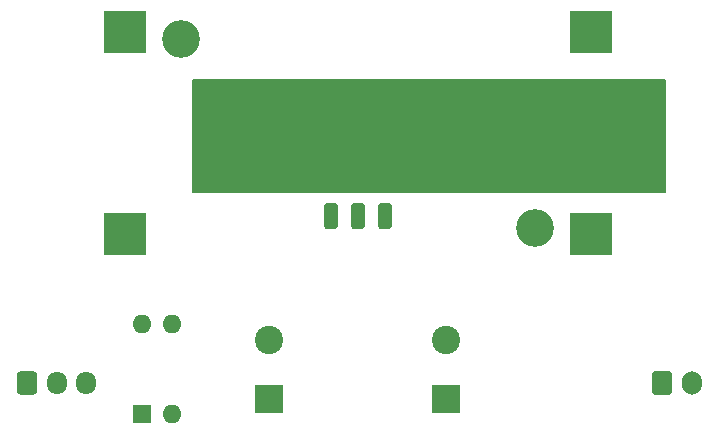
<source format=gbr>
%TF.GenerationSoftware,KiCad,Pcbnew,7.0.6*%
%TF.CreationDate,2023-09-03T00:14:34+09:00*%
%TF.ProjectId,KickerAdjust_20230828,4b69636b-6572-4416-946a-7573745f3230,rev?*%
%TF.SameCoordinates,Original*%
%TF.FileFunction,Soldermask,Bot*%
%TF.FilePolarity,Negative*%
%FSLAX46Y46*%
G04 Gerber Fmt 4.6, Leading zero omitted, Abs format (unit mm)*
G04 Created by KiCad (PCBNEW 7.0.6) date 2023-09-03 00:14:34*
%MOMM*%
%LPD*%
G01*
G04 APERTURE LIST*
G04 Aperture macros list*
%AMRoundRect*
0 Rectangle with rounded corners*
0 $1 Rounding radius*
0 $2 $3 $4 $5 $6 $7 $8 $9 X,Y pos of 4 corners*
0 Add a 4 corners polygon primitive as box body*
4,1,4,$2,$3,$4,$5,$6,$7,$8,$9,$2,$3,0*
0 Add four circle primitives for the rounded corners*
1,1,$1+$1,$2,$3*
1,1,$1+$1,$4,$5*
1,1,$1+$1,$6,$7*
1,1,$1+$1,$8,$9*
0 Add four rect primitives between the rounded corners*
20,1,$1+$1,$2,$3,$4,$5,0*
20,1,$1+$1,$4,$5,$6,$7,0*
20,1,$1+$1,$6,$7,$8,$9,0*
20,1,$1+$1,$8,$9,$2,$3,0*%
G04 Aperture macros list end*
%ADD10C,0.150000*%
%ADD11R,2.400000X2.400000*%
%ADD12C,2.400000*%
%ADD13R,1.600000X1.600000*%
%ADD14O,1.600000X1.600000*%
%ADD15C,3.200000*%
%ADD16R,3.600000X3.600000*%
%ADD17RoundRect,0.250000X0.350000X-0.850000X0.350000X0.850000X-0.350000X0.850000X-0.350000X-0.850000X0*%
%ADD18RoundRect,0.249997X2.650003X-2.950003X2.650003X2.950003X-2.650003X2.950003X-2.650003X-2.950003X0*%
%ADD19RoundRect,0.250000X-0.600000X-0.750000X0.600000X-0.750000X0.600000X0.750000X-0.600000X0.750000X0*%
%ADD20O,1.700000X2.000000*%
%ADD21RoundRect,0.250000X-0.600000X-0.725000X0.600000X-0.725000X0.600000X0.725000X-0.600000X0.725000X0*%
%ADD22O,1.700000X1.950000*%
G04 APERTURE END LIST*
D10*
X86000000Y-96000000D02*
X126000000Y-96000000D01*
X126000000Y-105500000D01*
X86000000Y-105500000D01*
X86000000Y-96000000D01*
G36*
X86000000Y-96000000D02*
G01*
X126000000Y-96000000D01*
X126000000Y-105500000D01*
X86000000Y-105500000D01*
X86000000Y-96000000D01*
G37*
D11*
%TO.C,C2*%
X92500000Y-123000000D03*
D12*
X92500000Y-118000000D03*
%TD*%
D13*
%TO.C,U1*%
X81725000Y-124300000D03*
D14*
X84265000Y-124300000D03*
X84265000Y-116680000D03*
X81725000Y-116680000D03*
%TD*%
D15*
%TO.C,U2*%
X85014000Y-92499000D03*
X114986000Y-108501000D03*
D16*
X80251500Y-91927500D03*
X80251500Y-109072500D03*
X119748500Y-91927500D03*
X119748500Y-109072500D03*
%TD*%
D17*
%TO.C,Q1*%
X102280000Y-107500000D03*
X100000000Y-107500000D03*
X97720000Y-107500000D03*
D18*
X100000000Y-101200000D03*
%TD*%
D19*
%TO.C,J2*%
X125750000Y-121650000D03*
D20*
X128250000Y-121650000D03*
%TD*%
D21*
%TO.C,J1*%
X72000000Y-121650000D03*
D22*
X74500000Y-121650000D03*
X77000000Y-121650000D03*
%TD*%
D11*
%TO.C,C1*%
X107500000Y-123000000D03*
D12*
X107500000Y-118000000D03*
%TD*%
M02*

</source>
